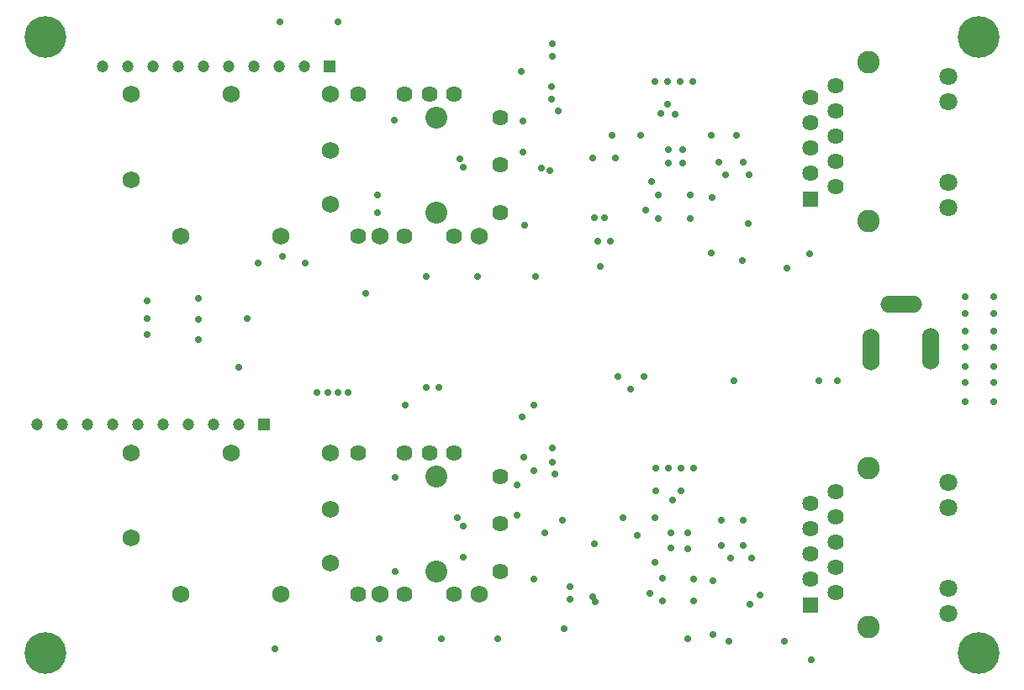
<source format=gbs>
%FSLAX44Y44*%
%MOMM*%
G71*
G01*
G75*
G04 Layer_Color=16711935*
%ADD10R,0.5000X0.6000*%
%ADD11R,0.6000X0.5000*%
%ADD12R,1.2954X1.1938*%
%ADD13R,2.0000X0.5004*%
%ADD14R,1.0160X0.8890*%
%ADD15R,1.3970X1.3970*%
G04:AMPARAMS|DCode=16|XSize=1.5mm|YSize=1.4mm|CornerRadius=0mm|HoleSize=0mm|Usage=FLASHONLY|Rotation=225.000|XOffset=0mm|YOffset=0mm|HoleType=Round|Shape=Rectangle|*
%AMROTATEDRECTD16*
4,1,4,0.0354,1.0253,1.0253,0.0354,-0.0354,-1.0253,-1.0253,-0.0354,0.0354,1.0253,0.0*
%
%ADD16ROTATEDRECTD16*%

%ADD17R,0.8000X0.2000*%
%ADD18R,0.2000X0.8000*%
%ADD19R,3.7000X3.7000*%
%ADD20R,1.4000X1.2000*%
%ADD21R,0.8128X0.8128*%
%ADD22C,1.0000*%
G04:AMPARAMS|DCode=23|XSize=2mm|YSize=2mm|CornerRadius=0mm|HoleSize=0mm|Usage=FLASHONLY|Rotation=180.000|XOffset=0mm|YOffset=0mm|HoleType=Round|Shape=RoundedRectangle|*
%AMROUNDEDRECTD23*
21,1,2.0000,2.0000,0,0,180.0*
21,1,2.0000,2.0000,0,0,180.0*
1,1,0.0000,-1.0000,1.0000*
1,1,0.0000,1.0000,1.0000*
1,1,0.0000,1.0000,-1.0000*
1,1,0.0000,-1.0000,-1.0000*
%
%ADD23ROUNDEDRECTD23*%
%ADD24R,2.4000X0.8000*%
%ADD25R,5.0000X5.3000*%
%ADD26R,1.3970X1.3970*%
%ADD27R,7.3000X2.6500*%
%ADD28C,0.8000*%
%ADD29C,0.1780*%
%ADD30C,0.4000*%
%ADD31C,0.2000*%
%ADD32C,0.3000*%
%ADD33C,0.6000*%
%ADD34C,0.1270*%
%ADD35C,0.2540*%
%ADD36C,0.1800*%
%ADD37C,1.0000*%
%ADD38R,0.8890X0.8890*%
%ADD39C,3.2500*%
%ADD40R,1.5240X1.5240*%
%ADD41C,1.5240*%
%ADD42C,2.1590*%
%ADD43C,1.7000*%
%ADD44C,1.6500*%
%ADD45R,1.0000X1.0000*%
%ADD46C,4.0000*%
%ADD47O,1.5000X4.0000*%
%ADD48O,4.0000X1.5000*%
%ADD49C,0.5000*%
%ADD50C,2.0000*%
%ADD51C,0.1200*%
%ADD52C,0.1250*%
%ADD53C,0.1501*%
%ADD54R,0.7032X0.8032*%
%ADD55R,0.8032X0.7032*%
%ADD56R,1.4986X1.3970*%
%ADD57R,2.1016X0.6020*%
%ADD58R,1.2192X1.0922*%
%ADD59R,1.6002X1.6002*%
G04:AMPARAMS|DCode=60|XSize=1.7032mm|YSize=1.6032mm|CornerRadius=0mm|HoleSize=0mm|Usage=FLASHONLY|Rotation=225.000|XOffset=0mm|YOffset=0mm|HoleType=Round|Shape=Rectangle|*
%AMROTATEDRECTD60*
4,1,4,0.0354,1.1690,1.1690,0.0354,-0.0354,-1.1690,-1.1690,-0.0354,0.0354,1.1690,0.0*
%
%ADD60ROTATEDRECTD60*%

%ADD61R,0.9000X0.3000*%
%ADD62R,0.3000X0.9000*%
%ADD63R,3.8000X3.8000*%
%ADD64R,1.6032X1.4032*%
%ADD65R,1.0160X1.0160*%
%ADD66C,1.2032*%
G04:AMPARAMS|DCode=67|XSize=2.2032mm|YSize=2.2032mm|CornerRadius=0mm|HoleSize=0mm|Usage=FLASHONLY|Rotation=180.000|XOffset=0mm|YOffset=0mm|HoleType=Round|Shape=RoundedRectangle|*
%AMROUNDEDRECTD67*
21,1,2.2032,2.2032,0,0,180.0*
21,1,2.2032,2.2032,0,0,180.0*
1,1,0.0000,-1.1016,1.1016*
1,1,0.0000,1.1016,1.1016*
1,1,0.0000,1.1016,-1.1016*
1,1,0.0000,-1.1016,-1.1016*
%
%ADD67ROUNDEDRECTD67*%
%ADD68R,2.6032X1.0032*%
%ADD69R,5.2032X5.5032*%
%ADD70R,1.6002X1.6002*%
%ADD71R,7.5032X2.8532*%
%ADD72R,1.6256X1.6256*%
%ADD73C,1.6256*%
%ADD74C,2.2606*%
%ADD75C,1.8016*%
%ADD76C,1.7500*%
%ADD77C,1.6240*%
%ADD78R,1.2032X1.2032*%
%ADD79C,4.2032*%
%ADD80O,1.7032X4.2032*%
%ADD81O,4.2032X1.7032*%
%ADD82C,0.7032*%
%ADD83C,2.2032*%
D66*
X123190Y260350D02*
D03*
X148590D02*
D03*
X173990D02*
D03*
X199390D02*
D03*
X224790D02*
D03*
X97790D02*
D03*
X72390D02*
D03*
X46990D02*
D03*
X21590D02*
D03*
X189230Y621030D02*
D03*
X214630D02*
D03*
X240030D02*
D03*
X265430D02*
D03*
X290830D02*
D03*
X163830D02*
D03*
X138430D02*
D03*
X113030D02*
D03*
X87630D02*
D03*
D72*
X800704Y486504D02*
D03*
Y77564D02*
D03*
D73*
X826165Y499339D02*
D03*
X800766Y513029D02*
D03*
X826165Y524739D02*
D03*
X800766Y538429D02*
D03*
X826165Y550139D02*
D03*
X800766Y563829D02*
D03*
X826165Y575539D02*
D03*
X800766Y589229D02*
D03*
X826165Y600939D02*
D03*
Y90399D02*
D03*
X800766Y104089D02*
D03*
X826165Y115799D02*
D03*
X800766Y129489D02*
D03*
X826165Y141199D02*
D03*
X800766Y154889D02*
D03*
X826165Y166599D02*
D03*
X800766Y180289D02*
D03*
X826165Y191999D02*
D03*
D74*
X859160Y464820D02*
D03*
Y624840D02*
D03*
Y55880D02*
D03*
Y215900D02*
D03*
D75*
X939195Y610870D02*
D03*
Y585470D02*
D03*
Y478790D02*
D03*
Y504190D02*
D03*
Y201930D02*
D03*
Y176530D02*
D03*
Y69850D02*
D03*
Y95250D02*
D03*
D76*
X316839Y535734D02*
D03*
X316839Y481734D02*
D03*
X116838Y506733D02*
D03*
X166840Y450033D02*
D03*
X266840Y450034D02*
D03*
X366840D02*
D03*
X466840Y450034D02*
D03*
X316839Y592534D02*
D03*
X216839Y592534D02*
D03*
X116839Y592533D02*
D03*
X316839Y174340D02*
D03*
X316839Y120341D02*
D03*
X116838Y145340D02*
D03*
X166840Y88640D02*
D03*
X266840Y88640D02*
D03*
X366840D02*
D03*
X466840Y88641D02*
D03*
X316839Y231140D02*
D03*
X216839Y231140D02*
D03*
X116839Y231140D02*
D03*
D77*
X344840Y450035D02*
D03*
X391840D02*
D03*
X441840D02*
D03*
X487837Y473236D02*
D03*
X487839Y521236D02*
D03*
X487839Y569236D02*
D03*
X441839Y592535D02*
D03*
X416839Y592534D02*
D03*
X391839Y592535D02*
D03*
X344839Y592535D02*
D03*
X344840Y88642D02*
D03*
X391840D02*
D03*
X441840D02*
D03*
X487837Y111843D02*
D03*
X487839Y159843D02*
D03*
X487839Y207843D02*
D03*
X441839Y231142D02*
D03*
X416839Y231140D02*
D03*
X391839Y231142D02*
D03*
X344839Y231142D02*
D03*
D78*
X250190Y260350D02*
D03*
X316230Y621030D02*
D03*
D79*
X970000Y650000D02*
D03*
Y30000D02*
D03*
X30000Y650000D02*
D03*
Y30000D02*
D03*
D80*
X921871Y335960D02*
D03*
X861653Y335628D02*
D03*
D81*
X892166Y380654D02*
D03*
D82*
X985520Y388620D02*
D03*
X956310D02*
D03*
X985520Y283210D02*
D03*
X956310D02*
D03*
X985520Y302260D02*
D03*
X956310D02*
D03*
X985520Y318770D02*
D03*
X956310D02*
D03*
X985520Y337820D02*
D03*
X956310D02*
D03*
X985520Y354330D02*
D03*
X956310D02*
D03*
X985520Y372110D02*
D03*
X956310D02*
D03*
X445292Y165892D02*
D03*
X656590Y582930D02*
D03*
X679450Y491490D02*
D03*
X529590Y518160D02*
D03*
X676910Y134620D02*
D03*
X660400Y135890D02*
D03*
X676910Y151130D02*
D03*
X671830Y523240D02*
D03*
X657860D02*
D03*
X671830Y537210D02*
D03*
X657860D02*
D03*
X352370Y391850D02*
D03*
X749990Y88320D02*
D03*
X599440Y444500D02*
D03*
X586740D02*
D03*
X828040Y304220D02*
D03*
X808990D02*
D03*
X723900D02*
D03*
X633040Y308610D02*
D03*
X606480D02*
D03*
X619760Y295330D02*
D03*
X800100Y431800D02*
D03*
X777240Y417830D02*
D03*
X732210Y424760D02*
D03*
X635000Y476250D02*
D03*
X647700Y467360D02*
D03*
X679450D02*
D03*
X701040Y433070D02*
D03*
X737870Y462280D02*
D03*
X739140Y511810D02*
D03*
X732790Y524510D02*
D03*
X725750Y551180D02*
D03*
X581660Y528320D02*
D03*
X600710Y551180D02*
D03*
X681990Y605790D02*
D03*
X669290D02*
D03*
X656590D02*
D03*
X643890D02*
D03*
X541020Y643890D02*
D03*
Y631190D02*
D03*
X539750Y600710D02*
D03*
Y588010D02*
D03*
X538480Y515620D02*
D03*
X546790Y575890D02*
D03*
X513080Y461010D02*
D03*
X364692Y491288D02*
D03*
X364490Y473710D02*
D03*
X381195Y566225D02*
D03*
X291410Y422330D02*
D03*
X269240Y429260D02*
D03*
X244530Y422330D02*
D03*
X132770Y367030D02*
D03*
Y350520D02*
D03*
Y384810D02*
D03*
X184150Y365760D02*
D03*
Y387350D02*
D03*
Y345440D02*
D03*
X233680Y367030D02*
D03*
X224790Y317500D02*
D03*
X801370Y22860D02*
D03*
X774010Y41220D02*
D03*
X683260Y215900D02*
D03*
X670560D02*
D03*
X657860D02*
D03*
X645160D02*
D03*
X261040Y34290D02*
D03*
X558800Y96520D02*
D03*
Y83820D02*
D03*
X612140Y166370D02*
D03*
X582930Y139700D02*
D03*
X741680Y125730D02*
D03*
X732790Y138430D02*
D03*
Y163830D02*
D03*
X683260Y82550D02*
D03*
X651510D02*
D03*
X638810Y90170D02*
D03*
X739260Y78860D02*
D03*
X702310Y48260D02*
D03*
X718130Y41220D02*
D03*
X552450Y54610D02*
D03*
X485830Y44450D02*
D03*
X428680D02*
D03*
X366450D02*
D03*
X521970Y104140D02*
D03*
X533400Y151130D02*
D03*
X551180Y163830D02*
D03*
X542980Y210240D02*
D03*
X511869Y227330D02*
D03*
X541020Y222250D02*
D03*
Y236220D02*
D03*
X510599Y267970D02*
D03*
X522029Y279400D02*
D03*
X426720Y297180D02*
D03*
X414020D02*
D03*
X392430Y279400D02*
D03*
X382463Y206817D02*
D03*
Y111953D02*
D03*
X450850Y125892D02*
D03*
X629920Y551180D02*
D03*
X664210Y572770D02*
D03*
X649685Y573325D02*
D03*
X701040Y551180D02*
D03*
X647700Y491490D02*
D03*
X504770Y168220D02*
D03*
Y198810D02*
D03*
X521970Y213360D02*
D03*
X510650Y534560D02*
D03*
X511120Y565840D02*
D03*
X509270Y615950D02*
D03*
X589280Y419100D02*
D03*
X523930Y408940D02*
D03*
X465510D02*
D03*
X413440D02*
D03*
X593090Y468630D02*
D03*
X582930D02*
D03*
X584200Y81280D02*
D03*
X701470Y488520D02*
D03*
X714996Y511810D02*
D03*
X708660Y524510D02*
D03*
X702310Y102560D02*
D03*
X640486Y504596D02*
D03*
X604520Y528320D02*
D03*
X450850Y519285D02*
D03*
X447275Y527285D02*
D03*
X450850Y157892D02*
D03*
X581660Y86360D02*
D03*
X660400Y151130D02*
D03*
X335280Y292100D02*
D03*
X325120D02*
D03*
X314960D02*
D03*
X303530D02*
D03*
X644296Y165964D02*
D03*
X626110Y148590D02*
D03*
X670560Y193040D02*
D03*
X661670Y184150D02*
D03*
X651510Y105410D02*
D03*
X683260Y104140D02*
D03*
X644296Y121056D02*
D03*
X645160Y193040D02*
D03*
X711200Y163830D02*
D03*
Y138430D02*
D03*
X720090Y125730D02*
D03*
X266700Y665480D02*
D03*
X325120D02*
D03*
X676910Y44450D02*
D03*
D83*
X423458Y111892D02*
D03*
Y207892D02*
D03*
Y569285D02*
D03*
Y473285D02*
D03*
M02*

</source>
